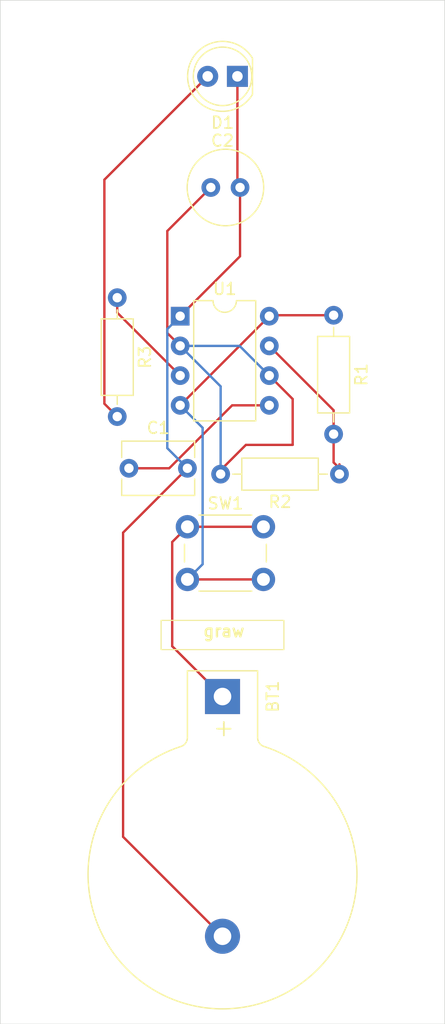
<source format=kicad_pcb>
(kicad_pcb (version 20240108) (generator "pcbnew") (generator_version "8.0")
  (layers (0 "F.Cu" signal) (31 "B.Cu" signal) (34 "B.Paste" user) (35 "F.Paste" user) (36 "B.SilkS" user "B.Silkscreen") (37 "F.SilkS" user "F.Silkscreen") (38 "B.Mask" user) (39 "F.Mask" user) (44 "Edge.Cuts" user))
  (net 0 "")
  (net 1 "Net-(BT1-+)")
  (net 2 "GND")
  (net 3 "Net-(U1-CV)")
  (net 4 "/THRESHOLD")
  (net 5 "Net-(D1-A)")
  (net 6 "VCC")
  (net 7 "/DISCHARGE")
  (net 8 "Net-(U1-Q)")
  (footprint "Resistor_THT:R_Axial_DIN0207_L6.3mm_D2.5mm_P10.16mm_Horizontal" (layer "F.Cu") (at 143 41.42 -90)
    (property "Reference" "R3" (at 5.08 -2.37 90) (layer "F.SilkS"))
    (property "Value" "51R")
    (fp_line (start 1.81 1.37) (end 8.35 1.37) (stroke (width 0.12)) (layer "F.SilkS"))
    (fp_line (start 8.35 1.37) (end 8.35 -1.37) (stroke (width 0.12)) (layer "F.SilkS"))
    (fp_line (start 1.04 0) (end 1.81 0) (stroke (width 0.12)) (layer "F.SilkS"))
    (fp_line (start 9.12 0) (end 8.35 0) (stroke (width 0.12)) (layer "F.SilkS"))
    (fp_line (start 1.81 -1.37) (end 1.81 1.37) (stroke (width 0.12)) (layer "F.SilkS"))
    (fp_line (start 8.35 -1.37) (end 1.81 -1.37) (stroke (width 0.12)) (layer "F.SilkS"))
    (pad "1" thru_hole circle (at 0 0 270) (size 1.6 1.6) (drill 0.8) (layers "*.Cu" "*.Mask") (net 8 "Net-(U1-Q)"))
    (pad "2" thru_hole oval (at 10.16 0 270) (size 1.6 1.6) (drill 0.8) (layers "*.Cu" "*.Mask") (net 5 "Net-(D1-A)"))
  )
  (footprint "LED_THT:LED_D5.0mm_Clear" (layer "F.Cu") (at 153.275 22.5 180)
    (property "Reference" "D1" (at 1.27 -3.96 0) (layer "F.SilkS"))
    (property "Value" "LED")
    (fp_line (start -1.29 -1.545) (end -1.29 1.545) (stroke (width 0.12)) (layer "F.SilkS"))
    (fp_arc (start 4.26 -0.000462) (mid 2.072002 2.880433) (end -1.29 1.54483) (stroke (width 0.12)) (layer "F.SilkS"))
    (fp_arc (start -1.29 -1.54483) (mid 2.072002 -2.880433) (end 4.26 0.000462) (stroke (width 0.12)) (layer "F.SilkS"))
    (fp_circle (center 1.27 0) (end 3.77 0) (stroke (width 0.12)) (fill none) (layer "F.SilkS"))
    (pad "1" thru_hole rect (at 0 0 180) (size 1.8 1.8) (drill 0.9) (layers "*.Cu" "*.Mask") (net 2 "GND"))
    (pad "2" thru_hole circle (at 2.54 0 180) (size 1.8 1.8) (drill 0.9) (layers "*.Cu" "*.Mask") (net 5 "Net-(D1-A)"))
  )
  (footprint "Battery:BatteryHolder_Keystone_103_1x20mm" (layer "F.Cu") (at 152 75.51 -90)
    (property "Reference" "BT1" (at 0 -4.3 90) (layer "F.SilkS"))
    (property "Value" "3V")
    (fp_line (start -2.2 3) (end 3.5 3) (stroke (width 0.12)) (layer "F.SilkS"))
    (fp_line (start -2.2 3) (end -2.2 -3) (stroke (width 0.12)) (layer "F.SilkS"))
    (fp_line (start -2.2 -3) (end 3.5 -3) (stroke (width 0.12)) (layer "F.SilkS"))
    (fp_arc (start 3.5 3) (mid 3.950694 3.136459) (end 4.25 3.5) (stroke (width 0.12)) (layer "F.SilkS"))
    (fp_arc (start 26.695671 0) (mid 16.971103 11.358466) (end 4.25 3.5) (stroke (width 0.12)) (layer "F.SilkS"))
    (fp_arc (start 4.25 -3.5) (mid 16.971103 -11.358466) (end 26.695671 0) (stroke (width 0.12)) (layer "F.SilkS"))
    (fp_arc (start 4.25 -3.5) (mid 3.950694 -3.136459) (end 3.5 -3) (stroke (width 0.12)) (layer "F.SilkS"))
    (fp_text user "+" (at 2.75 0 90) (layer "F.SilkS") (effects (font (size 1.5 1.5))))
    (pad "1" thru_hole rect (at 0 0 270) (size 3 3) (drill 1.5) (layers "*.Cu" "*.Mask") (net 1 "Net-(BT1-+)"))
    (pad "2" thru_hole circle (at 20.49 0 270) (size 3 3) (drill 1.5) (layers "*.Cu" "*.Mask") (net 2 "GND"))
  )
  (footprint "Resistor_THT:R_Axial_DIN0207_L6.3mm_D2.5mm_P10.16mm_Horizontal" (layer "F.Cu") (at 161.5 42.92 -90)
    (property "Reference" "R1" (at 5.08 -2.37 90) (layer "F.SilkS"))
    (property "Value" "1K")
    (fp_line (start 1.81 1.37) (end 8.35 1.37) (stroke (width 0.12)) (layer "F.SilkS"))
    (fp_line (start 8.35 1.37) (end 8.35 -1.37) (stroke (width 0.12)) (layer "F.SilkS"))
    (fp_line (start 1.04 0) (end 1.81 0) (stroke (width 0.12)) (layer "F.SilkS"))
    (fp_line (start 9.12 0) (end 8.35 0) (stroke (width 0.12)) (layer "F.SilkS"))
    (fp_line (start 1.81 -1.37) (end 1.81 1.37) (stroke (width 0.12)) (layer "F.SilkS"))
    (fp_line (start 8.35 -1.37) (end 1.81 -1.37) (stroke (width 0.12)) (layer "F.SilkS"))
    (pad "1" thru_hole circle (at 0 0 270) (size 1.6 1.6) (drill 0.8) (layers "*.Cu" "*.Mask") (net 6 "VCC"))
    (pad "2" thru_hole oval (at 10.16 0 270) (size 1.6 1.6) (drill 0.8) (layers "*.Cu" "*.Mask") (net 7 "/DISCHARGE"))
  )
  (footprint "Package_DIP:DIP-8_W7.62mm" (layer "F.Cu") (at 148.38 43)
    (property "Reference" "U1" (at 3.81 -2.33 0) (layer "F.SilkS"))
    (property "Value" "NE555P")
    (fp_line (start 1.16 -1.33) (end 1.16 8.95) (stroke (width 0.12)) (layer "F.SilkS"))
    (fp_line (start 1.16 8.95) (end 6.46 8.95) (stroke (width 0.12)) (layer "F.SilkS"))
    (fp_line (start 2.81 -1.33) (end 1.16 -1.33) (stroke (width 0.12)) (layer "F.SilkS"))
    (fp_line (start 6.46 -1.33) (end 4.81 -1.33) (stroke (width 0.12)) (layer "F.SilkS"))
    (fp_line (start 6.46 8.95) (end 6.46 -1.33) (stroke (width 0.12)) (layer "F.SilkS"))
    (fp_arc (start 4.81 -1.33) (mid 3.81 -0.33) (end 2.81 -1.33) (stroke (width 0.12)) (layer "F.SilkS"))
    (pad "1" thru_hole rect (at 0 0) (size 1.6 1.6) (drill 0.8) (layers "*.Cu" "*.Mask") (net 2 "GND"))
    (pad "2" thru_hole oval (at 0 2.54) (size 1.6 1.6) (drill 0.8) (layers "*.Cu" "*.Mask") (net 4 "/THRESHOLD"))
    (pad "3" thru_hole oval (at 0 5.08) (size 1.6 1.6) (drill 0.8) (layers "*.Cu" "*.Mask") (net 8 "Net-(U1-Q)"))
    (pad "4" thru_hole oval (at 0 7.62) (size 1.6 1.6) (drill 0.8) (layers "*.Cu" "*.Mask") (net 6 "VCC"))
    (pad "5" thru_hole oval (at 7.62 7.62) (size 1.6 1.6) (drill 0.8) (layers "*.Cu" "*.Mask") (net 3 "Net-(U1-CV)"))
    (pad "6" thru_hole oval (at 7.62 5.08) (size 1.6 1.6) (drill 0.8) (layers "*.Cu" "*.Mask") (net 4 "/THRESHOLD"))
    (pad "7" thru_hole oval (at 7.62 2.54) (size 1.6 1.6) (drill 0.8) (layers "*.Cu" "*.Mask") (net 7 "/DISCHARGE"))
    (pad "8" thru_hole oval (at 7.62 0) (size 1.6 1.6) (drill 0.8) (layers "*.Cu" "*.Mask") (net 6 "VCC"))
  )
  (footprint "Resistor_THT:R_Axial_DIN0207_L6.3mm_D2.5mm_P10.16mm_Horizontal" (layer "F.Cu") (at 162 56.5 180)
    (property "Reference" "R2" (at 5.08 -2.37 0) (layer "F.SilkS"))
    (property "Value" "43K")
    (fp_line (start 9.12 0) (end 8.35 0) (stroke (width 0.12)) (layer "F.SilkS"))
    (fp_line (start 8.35 1.37) (end 8.35 -1.37) (stroke (width 0.12)) (layer "F.SilkS"))
    (fp_line (start 8.35 -1.37) (end 1.81 -1.37) (stroke (width 0.12)) (layer "F.SilkS"))
    (fp_line (start 1.81 1.37) (end 8.35 1.37) (stroke (width 0.12)) (layer "F.SilkS"))
    (fp_line (start 1.81 -1.37) (end 1.81 1.37) (stroke (width 0.12)) (layer "F.SilkS"))
    (fp_line (start 1.04 0) (end 1.81 0) (stroke (width 0.12)) (layer "F.SilkS"))
    (pad "1" thru_hole circle (at 0 0 180) (size 1.6 1.6) (drill 0.8) (layers "*.Cu" "*.Mask") (net 7 "/DISCHARGE"))
    (pad "2" thru_hole oval (at 10.16 0 180) (size 1.6 1.6) (drill 0.8) (layers "*.Cu" "*.Mask") (net 4 "/THRESHOLD"))
  )
  (footprint "Capacitor_THT:C_Disc_D6.0mm_W4.4mm_P5.00mm" (layer "F.Cu") (at 144 56)
    (property "Reference" "C1" (at 2.5 -3.45 0) (layer "F.SilkS"))
    (property "Value" "10n")
    (fp_line (start -0.62 -2.321) (end -0.62 -0.925) (stroke (width 0.12)) (layer "F.SilkS"))
    (fp_line (start -0.62 -2.321) (end 5.62 -2.321) (stroke (width 0.12)) (layer "F.SilkS"))
    (fp_line (start -0.62 0.925) (end -0.62 2.321) (stroke (width 0.12)) (layer "F.SilkS"))
    (fp_line (start -0.62 2.321) (end 5.62 2.321) (stroke (width 0.12)) (layer "F.SilkS"))
    (fp_line (start 5.62 -2.321) (end 5.62 -0.925) (stroke (width 0.12)) (layer "F.SilkS"))
    (fp_line (start 5.62 0.925) (end 5.62 2.321) (stroke (width 0.12)) (layer "F.SilkS"))
    (pad "1" thru_hole circle (at 0 0) (size 1.6 1.6) (drill 0.8) (layers "*.Cu" "*.Mask") (net 3 "Net-(U1-CV)"))
    (pad "2" thru_hole circle (at 5 0) (size 1.6 1.6) (drill 0.8) (layers "*.Cu" "*.Mask") (net 2 "GND"))
  )
  (footprint "Button_Switch_THT:SW_PUSH_6mm_H5mm" (layer "F.Cu") (at 149 61)
    (property "Reference" "SW1" (at 3.25 -2 0) (layer "F.SilkS"))
    (property "Value" "Enable")
    (fp_line (start -0.25 1.5) (end -0.25 3) (stroke (width 0.12)) (layer "F.SilkS"))
    (fp_line (start 1 5.5) (end 5.5 5.5) (stroke (width 0.12)) (layer "F.SilkS"))
    (fp_line (start 5.5 -1) (end 1 -1) (stroke (width 0.12)) (layer "F.SilkS"))
    (fp_line (start 6.75 3) (end 6.75 1.5) (stroke (width 0.12)) (layer "F.SilkS"))
    (pad "1" thru_hole circle (at 0 0 90) (size 2 2) (drill 1.1) (layers "*.Cu" "*.Mask") (net 1 "Net-(BT1-+)"))
    (pad "1" thru_hole circle (at 6.5 0 90) (size 2 2) (drill 1.1) (layers "*.Cu" "*.Mask") (net 1 "Net-(BT1-+)"))
    (pad "2" thru_hole circle (at 0 4.5 90) (size 2 2) (drill 1.1) (layers "*.Cu" "*.Mask") (net 6 "VCC"))
    (pad "2" thru_hole circle (at 6.5 4.5 90) (size 2 2) (drill 1.1) (layers "*.Cu" "*.Mask") (net 6 "VCC"))
  )
  (footprint "Capacitor_THT:C_Radial_D6.3mm_H5.0mm_P2.50mm" (layer "F.Cu") (at 151 32)
    (property "Reference" "C2" (at 1 -4 0) (layer "F.SilkS"))
    (property "Value" "22u")
    (fp_circle (center 1.25 0) (end 4.52 0) (stroke (width 0.12)) (fill none) (layer "F.SilkS"))
    (pad "1" thru_hole circle (at 0 0) (size 1.6 1.6) (drill 0.8) (layers "*.Cu" "*.Mask") (net 4 "/THRESHOLD"))
    (pad "2" thru_hole circle (at 2.5 0) (size 1.6 1.6) (drill 0.8) (layers "*.Cu" "*.Mask") (net 2 "GND"))
  )
  (gr_rect (start 146.75 69) (end 157.25 71.5) (stroke (width 0.1)) (fill none) (layer "F.SilkS"))
  (gr_rect (start 133 16) (end 171 103.5) (stroke (width 0.05)) (fill none) (layer "Edge.Cuts"))
  (gr_text "graw" (at 150.25 70.5 0) (layer "F.SilkS") (effects (font (size 1 1) (thickness 0.2) (bold yes)) (justify left bottom)))
  (segment (start 152 75.51) (end 147.7 71.21) (width 0.2) (layer "F.Cu") (net 1))
  (segment (start 149 61) (end 155.5 61) (width 0.2) (layer "F.Cu") (net 1))
  (segment (start 147.7 62.3) (end 149 61) (width 0.2) (layer "F.Cu") (net 1))
  (segment (start 147.7 71.21) (end 147.7 62.3) (width 0.2) (layer "F.Cu") (net 1))
  (segment (start 149 56) (end 143.5 61.5) (width 0.2) (layer "F.Cu") (net 2))
  (segment (start 153.275 31.775) (end 153.5 32) (width 0.2) (layer "F.Cu") (net 2))
  (segment (start 143.5 87.5) (end 152 96) (width 0.2) (layer "F.Cu") (net 2))
  (segment (start 143.5 61.5) (end 143.5 87.5) (width 0.2) (layer "F.Cu") (net 2))
  (segment (start 153.275 22.5) (end 153.275 31.775) (width 0.2) (layer "F.Cu") (net 2))
  (segment (start 153.5 32) (end 153.5 37.88) (width 0.2) (layer "F.Cu") (net 2))
  (segment (start 153.5 37.88) (end 148.38 43) (width 0.2) (layer "F.Cu") (net 2))
  (segment (start 148.38 43) (end 147.28 44.1) (width 0.2) (layer "B.Cu") (net 2))
  (segment (start 147.28 44.1) (end 147.28 54.28) (width 0.2) (layer "B.Cu") (net 2))
  (segment (start 147.28 54.28) (end 149 56) (width 0.2) (layer "B.Cu") (net 2))
  (segment (start 144 56) (end 147.444365 56) (width 0.2) (layer "F.Cu") (net 3))
  (segment (start 147.444365 56) (end 152.824365 50.62) (width 0.2) (layer "F.Cu") (net 3))
  (segment (start 152.824365 50.62) (end 156 50.62) (width 0.2) (layer "F.Cu") (net 3))
  (segment (start 158 54) (end 158 50.08) (width 0.2) (layer "F.Cu") (net 4))
  (segment (start 158 50.08) (end 156 48.08) (width 0.2) (layer "F.Cu") (net 4))
  (segment (start 151.84 56.16) (end 154 54) (width 0.2) (layer "F.Cu") (net 4))
  (segment (start 151.84 56.5) (end 151.84 56.16) (width 0.2) (layer "F.Cu") (net 4))
  (segment (start 147.28 44.44) (end 148.38 45.54) (width 0.2) (layer "F.Cu") (net 4))
  (segment (start 154 54) (end 158 54) (width 0.2) (layer "F.Cu") (net 4))
  (segment (start 147.28 35.72) (end 147.28 44.44) (width 0.2) (layer "F.Cu") (net 4))
  (segment (start 151 32) (end 147.28 35.72) (width 0.2) (layer "F.Cu") (net 4))
  (segment (start 148.38 45.54) (end 153.46 45.54) (width 0.2) (layer "B.Cu") (net 4))
  (segment (start 148.38 45.54) (end 151.84 49) (width 0.2) (layer "B.Cu") (net 4))
  (segment (start 151.84 49) (end 151.84 56.5) (width 0.2) (layer "B.Cu") (net 4))
  (segment (start 153.46 45.54) (end 156 48.08) (width 0.2) (layer "B.Cu") (net 4))
  (segment (start 141.9 31.335) (end 150.735 22.5) (width 0.2) (layer "F.Cu") (net 5))
  (segment (start 141.9 50.48) (end 141.9 31.335) (width 0.2) (layer "F.Cu") (net 5))
  (segment (start 143 51.58) (end 141.9 50.48) (width 0.2) (layer "F.Cu") (net 5))
  (segment (start 156 43) (end 148.38 50.62) (width 0.2) (layer "F.Cu") (net 6))
  (segment (start 161.5 42.92) (end 156.08 42.92) (width 0.2) (layer "F.Cu") (net 6))
  (segment (start 156.08 42.92) (end 156 43) (width 0.2) (layer "F.Cu") (net 6))
  (segment (start 155.5 65.5) (end 149 65.5) (width 0.2) (layer "F.Cu") (net 6))
  (segment (start 149 65.5) (end 150.3 64.2) (width 0.2) (layer "B.Cu") (net 6))
  (segment (start 150.3 64.2) (end 150.3 52.54) (width 0.2) (layer "B.Cu") (net 6))
  (segment (start 150.3 52.54) (end 148.38 50.62) (width 0.2) (layer "B.Cu") (net 6))
  (segment (start 162 56.5) (end 162 56) (width 0.2) (layer "F.Cu") (net 7))
  (segment (start 161.5 55.5) (end 161.5 53.08) (width 0.2) (layer "F.Cu") (net 7))
  (segment (start 162 55.66) (end 162 56.5) (width 0.2) (layer "F.Cu") (net 7))
  (segment (start 161.5 51.04) (end 156 45.54) (width 0.2) (layer "F.Cu") (net 7))
  (segment (start 162 56) (end 161.5 55.5) (width 0.2) (layer "F.Cu") (net 7))
  (segment (start 161.5 53.08) (end 161.5 51.04) (width 0.2) (layer "F.Cu") (net 7))
  (segment (start 143 42.7) (end 148.38 48.08) (width 0.2) (layer "F.Cu") (net 8))
  (segment (start 143 41.42) (end 143 42.7) (width 0.2) (layer "F.Cu") (net 8))
)
</source>
